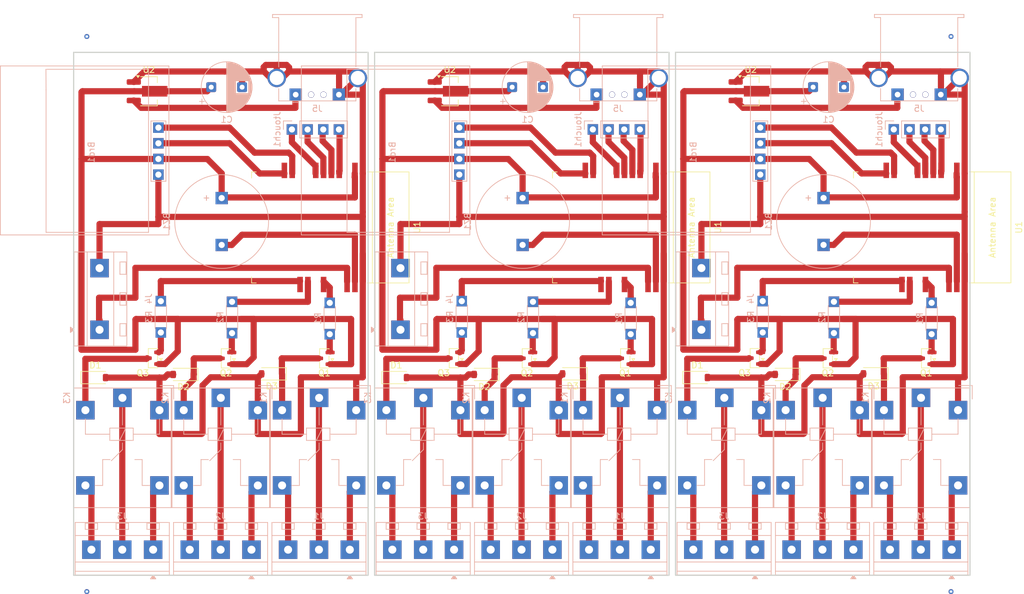
<source format=kicad_pcb>
(kicad_pcb (version 20241229) (generator "pcbnew") (generator_version "9.0")
  (layers (0 "F.Cu" signal) (2 "B.Cu" signal) (13 "F.Paste" user) (15 "B.Paste" user) (5 "F.SilkS" user "F.Silkscreen") (7 "B.SilkS" user "B.Silkscreen") (1 "F.Mask" user) (3 "B.Mask" user) (25 "Edge.Cuts" user))
  (net 0 "")
  (net 1 "Net-(Brd1-SDA)")
  (net 2 "Net-(Brd1-SCL)")
  (net 3 "GND")
  (net 4 "VCC")
  (net 5 "Net-(BZ1--)")
  (net 6 "Net-(D1-K)")
  (net 7 "Net-(D2-K)")
  (net 8 "Net-(D3-K)")
  (net 9 "Net-(J1-Pin_2)")
  (net 10 "Net-(J1-Pin_1)")
  (net 11 "Net-(J1-Pin_3)")
  (net 12 "Net-(J2-Pin_3)")
  (net 13 "Net-(J2-Pin_1)")
  (net 14 "Net-(J2-Pin_2)")
  (net 15 "Net-(J3-Pin_1)")
  (net 16 "Net-(J3-Pin_3)")
  (net 17 "Net-(J3-Pin_2)")
  (net 18 "Net-(Jtouch1-Pin_2)")
  (net 19 "Net-(Jtouch1-Pin_1)")
  (net 20 "Net-(Jtouch1-Pin_4)")
  (net 21 "Net-(Jtouch1-Pin_3)")
  (net 22 "Net-(Q1-B)")
  (net 23 "Net-(Q2-B)")
  (net 24 "Net-(Q3-B)")
  (net 25 "Net-(U1-MTMS{slash}GPIO42)")
  (net 26 "Net-(U1-MTDO{slash}GPIO40{slash}CLK_OUT2)")
  (net 27 "Net-(U1-MTCK{slash}GPIO39{slash}CLK_OUT3{slash}SUBSPICS1)")
  (net 28 "Net-(J4-Pin_1)")
  (net 29 "Net-(J5-VBUS)")
  (footprint "Diode_SMD:D_SOD-123" (layer "F.Cu") (at 66.7728 108.6104)
    (property "Reference" "D1")
    (property "Value" "1N4148")
  )
  (footprint "Package_TO_SOT_SMD:SOT-23" (layer "F.Cu") (at 76.0984 105.4608 180)
    (property "Reference" "Q3")
    (property "Value" "2TY")
  )
  (footprint "Package_TO_SOT_SMD:SOT-23" (layer "F.Cu") (at 87.9234 105.4885 180)
    (property "Reference" "Q2")
    (property "Value" "2TY")
  )
  (footprint "PCM_Espressif:ESP32-S3-WROOM-1" (layer "F.Cu") (at 150.5756 84.2604 -90)
    (property "Reference" "U1")
    (property "Value" "ESP32-S3-WROOM-1")
  )
  (footprint "Package_TO_SOT_SMD:SOT-89-3_Handsoldering" (layer "F.Cu") (at 172.942 62.1704)
    (property "Reference" "U2")
    (property "Value" "AMS1117-3.3")
  )
  (footprint "PCM_Espressif:ESP32-S3-WROOM-1" (layer "F.Cu") (at 199.3276 84.256 -90)
    (property "Reference" "U1")
    (property "Value" "ESP32-S3-WROOM-1")
  )
  (footprint "Diode_SMD:D_SOD-123" (layer "F.Cu") (at 178.53 108.0936 180)
    (property "Reference" "D2")
    (property "Value" "1N4148")
  )
  (footprint "Diode_SMD:D_SOD-123" (layer "F.Cu") (at 115.5248 108.606)
    (property "Reference" "D1")
    (property "Value" "1N4148")
  )
  (footprint "Package_TO_SOT_SMD:SOT-89-3_Handsoldering" (layer "F.Cu") (at 124.19 62.1748)
    (property "Reference" "U2")
    (property "Value" "AMS1117-3.3")
  )
  (footprint "Diode_SMD:D_SOD-123" (layer "F.Cu") (at 81.026 108.1024 180)
    (property "Reference" "D2")
    (property "Value" "1N4148")
  )
  (footprint "Diode_SMD:D_SOD-123" (layer "F.Cu") (at 164.2768 108.6016)
    (property "Reference" "D1")
    (property "Value" "1N4148")
  )
  (footprint "Package_TO_SOT_SMD:SOT-23" (layer "F.Cu") (at 173.6024 105.452 180)
    (property "Reference" "Q3")
    (property "Value" "2TY")
  )
  (footprint "Diode_SMD:D_SOD-123" (layer "F.Cu") (at 129.778 108.098 180)
    (property "Reference" "D2")
    (property "Value" "1N4148")
  )
  (footprint "Package_TO_SOT_SMD:SOT-23" (layer "F.Cu") (at 136.6754 105.4841 180)
    (property "Reference" "Q2")
    (property "Value" "2TY")
  )
  (footprint "Package_TO_SOT_SMD:SOT-23" (layer "F.Cu") (at 103.8548 105.4885 180)
    (property "Reference" "Q1")
    (property "Value" "2TY")
  )
  (footprint "Diode_SMD:D_SOD-123" (layer "F.Cu") (at 144.0876 107.9964 180)
    (property "Reference" "D3")
    (property "Value" "1N4148")
  )
  (footprint "Package_TO_SOT_SMD:SOT-89-3_Handsoldering" (layer "F.Cu") (at 75.438 62.1792)
    (property "Reference" "U2")
    (property "Value" "AMS1117-3.3")
  )
  (footprint "Diode_SMD:D_SOD-123" (layer "F.Cu") (at 192.8396 107.992 180)
    (property "Reference" "D3")
    (property "Value" "1N4148")
  )
  (footprint "Package_TO_SOT_SMD:SOT-23" (layer "F.Cu") (at 124.8504 105.4564 180)
    (property "Reference" "Q3")
    (property "Value" "2TY")
  )
  (footprint "Package_TO_SOT_SMD:SOT-23" (layer "F.Cu") (at 201.3588 105.4797 180)
    (property "Reference" "Q1")
    (property "Value" "2TY")
  )
  (footprint "Package_TO_SOT_SMD:SOT-23" (layer "F.Cu") (at 185.4274 105.4797 180)
    (property "Reference" "Q2")
    (property "Value" "2TY")
  )
  (footprint "Package_TO_SOT_SMD:SOT-23" (layer "F.Cu") (at 152.6068 105.4841 180)
    (property "Reference" "Q1")
    (property "Value" "2TY")
  )
  (footprint "PCM_Espressif:ESP32-S3-WROOM-1" (layer "F.Cu") (at 101.8236 84.2648 -90)
    (property "Reference" "U1")
    (property "Value" "ESP32-S3-WROOM-1")
  )
  (footprint "Diode_SMD:D_SOD-123" (layer "F.Cu") (at 95.3356 108.0008 180)
    (property "Reference" "D3")
    (property "Value" "1N4148")
  )
  (footprint "Relay_THT:Relay_SPDT_Hongfa_JQC-3FF_0XX-1Z" (layer "B.Cu") (at 194.516 113.8848 -90)
    (property "Reference" "K1")
    (property "Value" "JQC-3FF-005-1Z")
  )
  (footprint "Resistor_THT:R_Axial_DIN0204_L3.6mm_D1.6mm_P5.08mm_Horizontal" (layer "B.Cu") (at 153.4836 96.4879 -90)
    (property "Reference" "R1")
    (property "Value" "242")
  )
  (footprint "TerminalBlock_MetzConnect:TerminalBlock_MetzConnect_Type094_RT03503HBLU_1x03_P5.00mm_Horizontal" (layer "B.Cu") (at 140.8054 136.50765 180)
    (property "Reference" "J2")
    (property "Value" "Conn_01x03_Socket")
  )
  (footprint "TerminalBlock_MetzConnect:TerminalBlock_MetzConnect_Type094_RT03503HBLU_1x03_P5.00mm_Horizontal" (layer "B.Cu") (at 92.0534 136.51205 180)
    (property "Reference" "J2")
    (property "Value" "Conn_01x03_Socket")
  )
  (footprint "Resistor_THT:R_Axial_DIN0204_L3.6mm_D1.6mm_P5.08mm_Horizontal" (layer "B.Cu") (at 77.3684 96.2152 -90)
    (property "Reference" "R3")
    (property "Value" "242")
  )
  (footprint "Resistor_THT:R_Axial_DIN0204_L3.6mm_D1.6mm_P5.08mm_Horizontal" (layer "B.Cu") (at 104.7316 96.4923 -90)
    (property "Reference" "R1")
    (property "Value" "242")
  )
  (footprint "Connector_USB:USB_A_Stewart_SS-52100-001_Horizontal" (layer "B.Cu") (at 147.9696 62.7292)
    (property "Reference" "J5")
    (property "Value" "USB_A")
  )
  (footprint "Buzzer_Beeper:Buzzer_15x7.5RM7.6" (layer "B.Cu") (at 135.9756 79.4976 -90)
    (property "Reference" "BZ1")
    (property "Value" "Buzzer")
  )
  (footprint "Relay_THT:Relay_SPDT_Hongfa_JQC-3FF_0XX-1Z" (layer "B.Cu") (at 162.6532 113.8848 -90)
    (property "Reference" "K3")
    (property "Value" "JQC-3FF-005-1Z")
  )
  (footprint "TerminalBlock_MetzConnect:TerminalBlock_MetzConnect_Type094_RT03503HBLU_1x03_P5.00mm_Horizontal" (layer "B.Cu") (at 173.626 136.50325 180)
    (property "Reference" "J3")
    (property "Value" "Conn_01x03_Socket")
  )
  (footprint "Relay_THT:Relay_SPDT_Hongfa_JQC-3FF_0XX-1Z" (layer "B.Cu") (at 178.5846 113.8848 -90)
    (property "Reference" "K2")
    (property "Value" "JQC-3FF-005-1Z")
  )
  (footprint "Connector_PinHeader_2.54mm:PinHeader_1x04_P2.54mm_Vertical" (layer "B.Cu") (at 196.1068 68.368 -90)
    (property "Reference" "Jtouch1")
    (property "Value" "Conn_01x04_Pin")
  )
  (footprint "Resistor_THT:R_Axial_DIN0204_L3.6mm_D1.6mm_P5.08mm_Horizontal" (layer "B.Cu") (at 174.8724 96.2064 -90)
    (property "Reference" "R3")
    (property "Value" "242")
  )
  (footprint "Buzzer_Beeper:Buzzer_15x7.5RM7.6" (layer "B.Cu") (at 184.7276 79.4932 -90)
    (property "Reference" "BZ1")
    (property "Value" "Buzzer")
  )
  (footprint "TerminalBlock_MetzConnect:TerminalBlock_MetzConnect_Type094_RT03503HBLU_1x03_P5.00mm_Horizontal" (layer "B.Cu") (at 205.4888 136.50325 180)
    (property "Reference" "J1")
    (property "Value" "Conn_01x03_Socket")
  )
  (footprint "Resistor_THT:R_Axial_DIN0204_L3.6mm_D1.6mm_P5.08mm_Horizontal" (layer "B.Cu") (at 137.6548 96.3124 -90)
    (property "Reference" "R2")
    (property "Value" "242")
  )
  (footprint "Capacitor_THT:CP_Radial_D8.0mm_P5.00mm" (layer "B.Cu") (at 183.036149 61.51)
    (property "Reference" "C1")
    (property "Value" "470u")
  )
  (footprint "Relay_THT:Relay_SPDT_Hongfa_JQC-3FF_0XX-1Z" (layer "B.Cu") (at 145.764 113.8892 -90)
    (property "Reference" "K1")
    (property "Value" "JQC-3FF-005-1Z")
  )
  (footprint "SSD1306:128x64OLED" (layer "B.Cu") (at 66.374 72.0804 90)
    (property "Reference" "Brd1")
    (property "Value" "SSD1306")
  )
  (footprint "Relay_THT:Relay_SPDT_Hongfa_JQC-3FF_0XX-1Z" (layer "B.Cu") (at 113.9012 113.8892 -90)
    (property "Reference" "K3")
    (property "Value" "JQC-3FF-005-1Z")
  )
  (footprint "Relay_THT:Relay_SPDT_Hongfa_JQC-3FF_0XX-1Z" (layer "B.Cu") (at 97.012 113.8936 -90)
    (property "Reference" "K1")
    (property "Value" "JQC-3FF-005-1Z")
  )
  (footprint "Connector_USB:USB_A_Stewart_SS-52100-001_Horizontal" (layer "B.Cu") (at 196.7216 62.7248)
    (property "Reference" "J5")
    (property "Value" "USB_A")
  )
  (footprint "TerminalBlock_MetzConnect:TerminalBlock_MetzConnect_Type094_RT03503HBLU_1x03_P5.00mm_Horizontal" (layer "B.Cu") (at 107.9848 136.51205 180)
    (property "Reference" "J1")
    (property "Value" "Conn_01x03_Socket")
  )
  (footprint "Resistor_THT:R_Axial_DIN0204_L3.6mm_D1.6mm_P5.08mm_Horizontal" (layer "B.Cu") (at 186.4068 96.308 -90)
    (property "Reference" "R2")
    (property "Value" "242")
  )
  (footprint "TerminalBlock_MetzConnect:TerminalBlock_MetzConnect_Type094_RT03503HBLU_1x03_P5.00mm_Horizontal" (layer "B.Cu") (at 164.9439 100.8508 90)
    (property "Reference" "J4")
    (property "Value" "Conn_01x03_Socket")
  )
  (footprint "Resistor_THT:R_Axial_DIN0204_L3.6mm_D1.6mm_P5.08mm_Horizontal" (layer "B.Cu") (at 88.9028 96.3168 -90)
    (property "Reference" "R2")
    (property "Value" "242")
  )
  (footprint "Resistor_THT:R_Axial_DIN0204_L3.6mm_D1.6mm_P5.08mm_Horizontal" (layer "B.Cu") (at 202.2356 96.4835 -90)
    (property "Reference" "R1")
    (property "Value" "242")
  )
  (footprint "TerminalBlock_MetzConnect:TerminalBlock_MetzConnect_Type094_RT03503HBLU_1x03_P5.00mm_Horizontal" (layer "B.Cu") (at 67.4399 100.8596 90)
    (property "Reference" "J4")
    (property "Value" "Conn_01x03_Socket")
  )
  (footprint "TerminalBlock_MetzConnect:TerminalBlock_MetzConnect_Type094_RT03503HBLU_1x03_P5.00mm_Horizontal" (layer "B.Cu") (at 116.1919 100.8552 90)
    (property "Reference" "J4")
    (property "Value" "Conn_01x03_Socket")
  )
  (footprint "TerminalBlock_MetzConnect:TerminalBlock_MetzConnect_Type094_RT03503HBLU_1x03_P5.00mm_Horizontal" (layer "B.Cu") (at 189.5574 136.50325 180)
    (property "Reference" "J2")
    (property "Value" "Conn_01x03_Socket")
  )
  (footprint "Relay_THT:Relay_SPDT_Hongfa_JQC-3FF_0XX-1Z" (layer "B.Cu") (at 81.0806 113.8936 -90)
    (property "Reference" "K2")
    (property "Value" "JQC-3FF-005-1Z")
  )
  (footprint "Resistor_THT:R_Axial_DIN0204_L3.6mm_D1.6mm_P5.08mm_Horizontal" (layer "B.Cu") (at 126.1204 96.2108 -90)
    (property "Reference" "R3")
    (property "Value" "242")
  )
  (footprint "TerminalBlock_MetzConnect:TerminalBlock_MetzConnect_Type094_RT03503HBLU_1x03_P5.00mm_Horizontal" (layer "B.Cu") (at 156.7368 136.50765 180)
    (property "Reference" "J1")
    (property "Value" "Conn_01x03_Socket")
  )
  (footprint "TerminalBlock_MetzConnect:TerminalBlock_MetzConnect_Type094_RT03503HBLU_1x03_P5.00mm_Horizontal" (layer "B.Cu") (at 124.874 136.50765 180)
    (property "Reference" "J3")
    (property "Value" "Conn_01x03_Socket")
  )
  (footprint "Connector_PinHeader_2.54mm:PinHeader_1x04_P2.54mm_Vertical" (layer "B.Cu") (at 98.6028 68.3768 -90)
    (property "Reference" "Jtouch1")
    (property "Value" "Conn_01x04_Pin")
  )
  (footprint "Connector_PinHeader_2.54mm:PinHeader_1x04_P2.54mm_Vertical" (layer "B.Cu") (at 147.3548 68.3724 -90)
    (property "Reference" "Jtouch1")
    (property "Value" "Conn_01x04_Pin")
  )
  (footprint "Connector_USB:USB_A_Stewart_SS-52100-001_Horizontal" (layer "B.Cu") (at 99.2176 62.7336)
    (property "Reference" "J5")
    (property "Value" "USB_A")
  )
  (footprint "TerminalBlock_MetzConnect:TerminalBlock_MetzConnect_Type094_RT03503HBLU_1x03_P5.00mm_Horizontal" (layer "B.Cu") (at 76.122 136.51205 180)
    (property "Reference" "J3")
    (property "Value" "Conn_01x03_Socket")
  )
  (footprint "Relay_THT:Relay_SPDT_Hongfa_JQC-3FF_0XX-1Z" (layer "B.Cu") (at 129.8326 113.8892 -90)
    (property "Reference" "K2")
    (property "Value" "JQC-3FF-005-1Z")
  )
  (footprint "SSD1306:128x64OLED" (layer "B.Cu") (at 115.126 72.076 90)
    (property "Reference" "Brd1")
    (property "Value" "SSD1306")
  )
  (footprint "Capacitor_THT:CP_Radial_D8.0mm_P5.00mm" (layer "B.Cu") (at 134.284149 61.5144)
    (property "Reference" "C1")
    (property "Value" "470u")
  )
  (footprint "Relay_THT:Relay_SPDT_Hongfa_JQC-3FF_0XX-1Z" (layer "B.Cu") (at 65.1492 113.8936 -90)
    (property "Reference" "K3")
    (property "Value" "JQC-3FF-005-1Z")
  )
  (footprint "Capacitor_THT:CP_Radial_D8.0mm_P5.00mm" (layer "B.Cu") (at 85.532149 61.5188)
    (property "Reference" "C1")
    (property "Value" "470u")
  )
  (footprint "Buzzer_Beeper:Buzzer_15x7.5RM7.6" (layer "B.Cu") (at 87.2236 79.502 -90)
    (property "Reference" "BZ1")
    (property "Value" "Buzzer")
  )
  (footprint "SSD1306:128x64OLED" (layer "B.Cu") (at 163.878 72.0716 90)
    (property "Reference" "Brd1")
    (property "Value" "SSD1306")
  )
  (gr_rect (start 160.75 55.8712) (end 208.4512 140.6564) (stroke (width 0.2)) (fill no) (layer "Edge.Cuts"))
  (gr_rect (start 111.998 55.8756) (end 159.6992 140.6608) (stroke (width 0.2)) (fill no) (layer "Edge.Cuts"))
  (gr_rect (start 63.246 55.88) (end 110.9472 140.6652) (stroke (width 0.2)) (fill no) (layer "Edge.Cuts"))
  (via (at 205.3796 143.3068) (size 0.8) (drill 0.4) (layers "F.Cu" "B.Cu") (net 0))
  (via (at 205.3796 53.3068) (size 0.8) (drill 0.4) (layers "F.Cu" "B.Cu") (net 0))
  (via (at 65.3796 143.3068) (size 0.8) (drill 0.4) (layers "F.Cu" "B.Cu") (net 0))
  (via (at 65.3796 53.3068) (size 0.8) (drill 0.4) (layers "F.Cu" "B.Cu") (net 0))
  (segment (start 147.4056 75.5104) (end 147.4056 72.6904) (width 1) (layer "F.Cu") (net 1))
  (segment (start 147.4056 72.6904) (end 146.8468 72.1316) (width 1) (layer "F.Cu") (net 1))
  (segment (start 98.0948 72.136) (end 92.5576 72.136) (width 1) (layer "F.Cu") (net 1))
  (segment (start 141.3096 72.1316) (end 137.254 68.076) (width 1) (layer "F.Cu") (net 1))
  (segment (start 190.0616 72.1272) (end 186.006 68.0716) (width 1) (layer "F.Cu") (net 1))
  (segment (start 88.502 68.0804) (end 76.974 68.0804) (width 1) (layer "F.Cu") (net 1))
  (segment (start 195.5988 72.1272) (end 190.0616 72.1272) (width 1) (layer "F.Cu") (net 1))
  (segment (start 146.8468 72.1316) (end 141.3096 72.1316) (width 1) (layer "F.Cu") (net 1))
  (segment (start 196.1576 72.686) (end 195.5988 72.1272) (width 1) (layer "F.Cu") (net 1))
  (segment (start 98.6536 72.6948) (end 98.0948 72.136) (width 1) (layer "F.Cu") (net 1))
  (segment (start 186.006 68.0716) (end 174.478 68.0716) (width 1) (layer "F.Cu") (net 1))
  (segment (start 137.254 68.076) (end 125.726 68.076) (width 1) (layer "F.Cu") (net 1))
  (segment (start 196.1576 75.506) (end 196.1576 72.686) (width 1) (layer "F.Cu") (net 1))
  (segment (start 98.6536 75.5148) (end 98.6536 72.6948) (width 1) (layer "F.Cu") (net 1))
  (segment (start 92.5576 72.136) (end 88.502 68.0804) (width 1) (layer "F.Cu") (net 1))
  (segment (start 93.3964 75.5148) (end 88.4936 70.612) (width 1) (layer "F.Cu") (net 2))
  (segment (start 146.1356 75.5104) (end 142.1484 75.5104) (width 1) (layer "F.Cu") (net 2))
  (segment (start 76.9824 70.612) (end 76.974 70.6204) (width 1) (layer "F.Cu") (net 2))
  (segment (start 185.9976 70.6032) (end 174.4864 70.6032) (width 1) (layer "F.Cu") (net 2))
  (segment (start 190.9004 75.506) (end 185.9976 70.6032) (width 1) (layer "F.Cu") (net 2))
  (segment (start 194.8876 75.506) (end 190.9004 75.506) (width 1) (layer "F.Cu") (net 2))
  (segment (start 142.1484 75.5104) (end 137.2456 70.6076) (width 1) (layer "F.Cu") (net 2))
  (segment (start 125.7344 70.6076) (end 125.726 70.616) (width 1) (layer "F.Cu") (net 2))
  (segment (start 97.3836 75.5148) (end 93.3964 75.5148) (width 1) (layer "F.Cu") (net 2))
  (segment (start 88.4936 70.612) (end 76.9824 70.612) (width 1) (layer "F.Cu") (net 2))
  (segment (start 137.2456 70.6076) (end 125.7344 70.6076) (width 1) (layer "F.Cu") (net 2))
  (segment (start 174.4864 70.6032) (end 174.478 70.6116) (width 1) (layer "F.Cu") (net 2))
  (segment (start 77.1482 108.6114) (end 77.1492 108.6104) (width 1) (layer "F.Cu") (net 3))
  (segment (start 172.1924 58.97) (end 170.492 60.6704) (width 1) (layer "F.Cu") (net 3))
  (segment (start 195.2432 57.9032) (end 195.6496 58.3096) (width 1) (layer "F.Cu") (net 3))
  (segment (start 94.0308 58.2676) (end 94.0308 58.9788) (width 1) (layer "F.Cu") (net 3))
  (segment (start 77.1604 117.7544) (end 83.9752 117.7544) (width 1) (layer "F.Cu") (net 3))
  (segment (start 154.9958 59.0716) (end 154.8986 58.9744) (width 1) (layer "F.Cu") (net 3))
  (segment (start 143.8784 60.0192) (end 142.8336 58.9744) (width 1) (layer "F.Cu") (net 3))
  (segment (start 76.974 83.7184) (end 76.974 75.7004) (width 1) (layer "F.Cu") (net 3))
  (segment (start 93.0806 117.7422) (end 93.0806 108.5596) (width 1) (layer "F.Cu") (net 3))
  (segment (start 125.9002 117.7378) (end 125.9002 108.607) (width 1) (layer "F.Cu") (net 3))
  (segment (start 77.97 108.6104) (end 78.478 108.1024) (width 1) (layer "F.Cu") (net 3))
  (segment (start 181.6316 109.8688) (end 181.6316 117.5932) (width 1) (layer "F.Cu") (net 3))
  (segment (start 192.6304 60.0148) (end 191.5856 58.97) (width 1) (layer "F.Cu") (net 3))
  (segment (start 174.478 83.7096) (end 174.478 75.6916) (width 1) (layer "F.Cu") (net 3))
  (segment (start 110.0582 59.8932) (end 109.1438 58.9788) (width 1) (layer "F.Cu") (net 3))
  (segment (start 158.6938 62.7292) (end 158.6982 62.7336) (width 1) (layer "F.Cu") (net 3))
  (segment (start 193.77 57.9032) (end 191.8904 57.9032) (width 1) (layer "F.Cu") (net 3))
  (segment (start 125.9012 108.606) (end 126.722 108.606) (width 1) (layer "F.Cu") (net 3))
  (segment (start 125.9002 108.607) (end 125.9012 108.606) (width 1) (layer "F.Cu") (net 3))
  (segment (start 97.05 60.0236) (end 98.0948 58.9788) (width 1) (layer "F.Cu") (net 3))
  (segment (start 146.4912 57.9076) (end 146.8976 58.314) (width 1) (layer "F.Cu") (net 3))
  (segment (start 158.8356 82.4948) (end 158.7848 82.5456) (width 1) (layer "F.Cu") (net 3))
  (segment (start 193.77 57.9032) (end 195.2432 57.9032) (width 1) (layer "F.Cu") (net 3))
  (segment (start 77.1492 108.6104) (end 77.97 108.6104) (width 1) (layer "F.Cu") (net 3))
  (segment (start 144.8996 60.0192) (end 144.8996 58.026) (width 1) (layer "F.Cu") (net 3))
  (segment (start 203.7216 62.7248) (end 207.4458 62.7248) (width 1) (layer "F.Cu") (net 3))
  (segment (start 203.7216 62.7248) (end 204.0816 62.7248) (width 1) (layer "F.Cu") (net 3))
  (segment (start 142.8336 58.9744) (end 142.7828 58.9744) (width 1) (layer "F.Cu") (net 3))
  (segment (start 68.5508 108.6104) (end 77.1472 108.6104) (width 1) (layer "F.Cu") (net 3))
  (segment (start 110.0328 82.55) (end 76.974 82.55) (width 1) (layer "F.Cu") (net 3))
  (segment (start 100.06 108.5596) (end 100.06 117.602) (width 1) (layer "F.Cu") (net 3))
  (segment (start 190.5846 108.5508) (end 182.9496 108.5508) (width 1) (layer "F.Cu") (net 3))
  (segment (start 96.266 57.912) (end 94.3864 57.912) (width 1) (layer "F.Cu") (net 3))
  (segment (start 207.5876 59.9098) (end 207.5622 59.8844) (width 1) (layer "F.Cu") (net 3))
  (segment (start 110.0836 75.5148) (end 110.0836 59.9186) (width 1) (layer "F.Cu") (net 3))
  (segment (start 175.474 108.6016) (end 175.982 108.0936) (width 1) (layer "F.Cu") (net 3))
  (segment (start 191.8904 57.9032) (end 191.5348 58.2588) (width 1) (layer "F.Cu") (net 3))
  (segment (start 125.9002 117.7378) (end 125.9124 117.75) (width 1) (layer "F.Cu") (net 3))
  (segment (start 87.6808 58.9788) (end 74.6884 58.9788) (width 1) (layer "F.Cu") (net 3))
  (segment (start 195.6496 58.3096) (end 195.6496 58.9192) (width 1) (layer "F.Cu") (net 3))
  (segment (start 188.036149 59.014251) (end 188.0804 58.97) (width 1) (layer "F.Cu") (net 3))
  (segment (start 110.0836 108.5596) (end 100.06 108.5596) (width 1) (layer "F.Cu") (net 3))
  (segment (start 77.1482 117.7422) (end 77.1482 108.6114) (width 1) (layer "F.Cu") (net 3))
  (segment (start 193.6516 60.0148) (end 192.6304 60.0148) (width 1) (layer "F.Cu") (net 3))
  (segment (start 123.4404 58.9744) (end 121.74 60.6748) (width 1) (layer "F.Cu") (net 3))
  (segment (start 193.6516 58.0216) (end 193.77 57.9032) (width 1) (layer "F.Cu") (net 3))
  (segment (start 148.812 117.5976) (end 148.6596 117.75) (width 1) (layer "F.Cu") (net 3))
  (segment (start 116.1919 83.714) (end 125.726 83.714) (width 1) (layer "F.Cu") (net 3))
  (segment (start 106.2176 62.7336) (end 106.5776 62.7336) (width 1) (layer "F.Cu") (net 3))
  (segment (start 78.478 108.1024) (end 79.376 108.1024) (width 1) (layer "F.Cu") (net 3))
  (segment (start 76.974 82.55) (end 77.7936 82.55) (width 1) (layer "F.Cu") (net 3))
  (segment (start 136.4328 58.9744) (end 123.4404 58.9744) (width 1) (layer "F.Cu") (net 3))
  (segment (start 194.554 60.0148) (end 195.5988 58.97) (width 1) (layer "F.Cu") (net 3))
  (segment (start 145.018 57.9076) (end 143.1384 57.9076) (width 1) (layer "F.Cu") (net 3))
  (segment (start 125.726 82.5456) (end 126.5456 82.5456) (width 1) (layer "F.Cu") (net 3))
  (segment (start 93.0684 117.7544) (end 93.0806 117.7422) (width 1) (layer "F.Cu") (net 3))
  (segment (start 148.6596 117.75) (end 141.8448 117.75) (width 1) (layer "F.Cu") (net 3))
  (segment (start 154.9958 62.6744) (end 154.9958 59.0716) (width 1) (layer "F.Cu") (net 3))
  (segment (start 109.9418 62.7336) (end 109.9462 62.738) (width 1) (layer "F.Cu") (net 3))
  (segment (start 77.1482 117.7422) (end 77.1604 117.7544) (width 1) (layer "F.Cu") (net 3))
  (segment (start 144.8996 60.0192) (end 145.802 60.0192) (width 1) (layer "F.Cu") (net 3))
  (segment (start 106.1466 58.9788) (end 98.0948 58.9788) (width 1) (layer "F.Cu") (net 3))
  (segment (start 190.6308 108.5508) (end 191.1896 107.992) (width 1) (layer "F.Cu") (net 3))
  (segment (start 145.802 60.0192) (end 146.8468 58.9744) (width 1) (layer "F.Cu") (net 3))
  (segment (start 139.284149 59.018651) (end 139.3284 58.9744) (width 1) (layer "F.Cu") (net 3))
  (segment (start 174.6522 108.6026) (end 174.6532 108.6016) (width 1) (layer "F.Cu") (net 3))
  (segment (start 93.1268 108.5596) (end 93.6856 108.0008) (width 1) (layer "F.Cu") (net 3))
  (segment (start 203.7478 62.67) (end 203.7478 59.0672) (width 1) (layer "F.Cu") (net 3))
  (segment (start 207.5622 59.8844) (end 206.6478 58.97) (width 1) (layer "F.Cu") (net 3))
  (segment (start 96.1476 58.0304) (end 96.266 57.912) (width 1) (layer "F.Cu") (net 3))
  (segment (start 191.5348 58.2588) (end 191.5348 58.97) (width 1) (layer "F.Cu") (net 3))
  (segment (start 174.478 82.5412) (end 175.2976 82.5412) (width 1) (layer "F.Cu") (net 3))
  (segment (start 190.5846 117.7334) (end 190.5846 108.5508) (width 1) (layer "F.Cu") (net 3))
  (segment (start 154.9696 62.7292) (end 158.6938 62.7292) (width 1) (layer "F.Cu") (net 3))
  (segment (start 193.6516 60.0148) (end 193.6516 58.0216) (width 1) (layer "F.Cu") (net 3))
  (segment (start 125.9124 117.75) (end 132.7272 117.75) (width 1) (layer "F.Cu") (net 3))
  (segment (start 193.6516 60.0148) (end 194.554 60.0148) (width 1) (layer "F.Cu") (net 3))
  (segment (start 106.2438 59.076) (end 106.1466 58.9788) (width 1) (layer "F.Cu") (net 3))
  (segment (start 146.8976 58.314) (end 146.8976 58.9236) (width 1) (layer "F.Cu") (net 3))
  (segment (start 158.7848 82.5456) (end 125.726 82.5456) (width 1) (layer "F.Cu") (net 3))
  (segment (start 110.0836 81.7372) (end 110.0836 93.0148) (width 1) (layer "F.Cu") (net 3))
  (segment (start 174.6532 108.6016) (end 175.474 108.6016) (width 1) (layer "F.Cu") (net 3))
  (segment (start 188.0804 58.97) (end 185.1848 58.97) (width 1) (layer "F.Cu") (net 3))
  (segment (start 175.982 108.0936) (end 176.88 108.0936) (width 1) (layer "F.Cu") (net 3))
  (segment (start 142.7828 58.9744) (end 139.3284 58.9744) (width 1) (layer "F.Cu") (net 3))
  (segment (start 85.4456 108.5596) (end 84.1276 109.8776) (width 1) (layer "F.Cu") (net 3))
  (segment (start 84.1276 109.8776) (end 84.1276 117.602) (width 1) (layer "F.Cu") (net 3))
  (segment (start 164.9439 83.7096) (end 174.478 83.7096) (width 1) (layer "F.Cu") (net 3))
  (segment (start 204.0816 62.7248) (end 206.7916 60.0148) (width 1) (layer "F.Cu") (net 3))
  (segment (start 203.6506 58.97) (end 195.5988 58.97) (width 1) (layer "F.Cu") (net 3))
  (segment (start 182.9496 108.5508) (end 181.6316 109.8688) (width 1) (layer "F.Cu") (net 3))
  (segment (start 106.2176 62.7336) (end 109.9418 62.7336) (width 1) (layer "F.Cu") (net 3))
  (segment (start 90.5764 58.9788) (end 87.6808 58.9788) (width 1) (layer "F.Cu") (net 3))
  (segment (start 191.5856 58.97) (end 191.5348 58.97) (width 1) (layer "F.Cu") (net 3))
  (segment (start 117.3028 108.606) (end 125.8992 108.606) (width 1) (layer "F.Cu") (net 3))
  (segment (start 132.8796 109.8732) (end 132.8796 117.5976) (width 1) (layer "F.Cu") (net 3))
  (segment (start 95.1264 60.0236) (end 94.0816 58.9788) (width 1) (layer "F.Cu") (net 3))
  (segment (start 158.8356 75.5104) (end 158.8356 59.9142) (width 1) (layer "F.Cu") (net 3))
  (segment (start 126.5456 82.5456) (end 126.5964 82.4948) (width 1) (layer "F.Cu") (net 3))
  (segment (start 142.7828 58.2632) (end 142.7828 58.9744) (width 1) (layer "F.Cu") (net 3))
  (segment (start 109.1438 58.9788) (end 106.1466 58.9788) (width 1) (layer "F.Cu") (net 3))
  (segment (start 174.6522 117.7334) (end 174.6644 117.7456) (width 1) (layer "F.Cu") (net 3))
  (segment (start 67.4399 90.8596) (end 67.4399 83.7184) (width 1) (layer "F.Cu") (net 3))
  (segment (start 207.5876 75.506) (end 207.5876 81.7284) (width 1) (layer "F.Cu") (net 3))
  (segment (start 174.6644 117.7456) (end 181.4792 117.7456) (width 1) (layer "F.Cu") (net 3))
  (segment (start 90.532149 61.5188) (end 90.532149 59.023051) (width 1) (layer "F.Cu") (net 3))
  (segment (start 93.0806 108.5596) (end 93.1268 108.5596) (width 1) (layer "F.Cu") (net 3))
  (segment (start 155.3296 62.7292) (end 158.0396 60.0192) (width 1) (layer "F.Cu") (net 3))
  (segment (start 97.7392 57.912) (end 98.1456 58.3184) (width 1) (layer "F.Cu") (net 3))
  (segment (start 207.5876 108.5508) (end 197.564 108.5508) (width 1) (layer "F.Cu") (net 3))
  (segment (start 154.8986 58.9744) (end 146.8468 58.9744) (width 1) (layer "F.Cu") (net 3))
  (segment (start 206.6478 58.97) (end 203.6506 58.97) (width 1) (layer "F.Cu") (net 3))
  (segment (start 197.4116 117.7456) (end 190.5968 117.7456) (width 1) (layer "F.Cu") (net 3))
  (segment (start 206.516 113.8848) (end 206.516 108.7936) (width 1) (layer "F.Cu") (net 3))
  (segment (start 197.564 117.5932) (end 197.4116 117.7456) (width 1) (layer "F.Cu") (net 3))
  (segment (start 158.8356 81.7328) (end 158.8356 93.0104) (width 1) (layer "F.Cu") (net 3))
  (segment (start 110.0836 82.4992) (end 110.0328 82.55) (width 1) (layer "F.Cu") (net 3))
  (segment (start 158.8356 108.5552) (end 148.812 108.5552) (width 1) (layer "F.Cu") (net 3))
  (segment (start 94.3864 57.912) (end 94.0308 58.2676) (width 1) (layer "F.Cu") (net 3))
  (segment (start 146.8976 58.9236) (end 146.8468 58.9744) (width 1) (layer "F.Cu") (net 3))
  (segment (start 154.9696 62.7292) (end 155.3296 62.7292) (width 1) (layer "F.Cu") (net 3))
  (segment (start 106.2438 62.6788) (end 106.2438 59.076) (width 1) (layer "F.Cu") (net 3))
  (segment (start 90.532149 59.023051) (end 90.5764 58.9788) (width 1) (layer "F.Cu") (net 3))
  (segment (start 93.0806 108.5596) (end 85.4456 108.5596) (width 1) (layer "F.Cu") (net 3))
  (segment (start 166.0548 108.6016) (end 174.6512 108.6016) (width 1) (layer "F.Cu") (net 3))
  (segment (start 203.7478 59.0672) (end 203.6506 58.97) (width 1) (layer "F.Cu") (net 3))
  (segment (start 197.564 108.5508) (end 197.564 117.5932) (width 1) (layer "F.Cu") (net 3))
  (segment (start 145.018 57.9076) (end 146.4912 57.9076) (width 1) (layer "F.Cu") (net 3))
  (segment (start 98.1456 58.928) (end 98.0948 58.9788) (width 1) (layer "F.Cu") (net 3))
  (segment (start 144.8996 60.0192) (end 143.8784 60.0192) (width 1) (layer "F.Cu") (net 3))
  (segment (start 134.1976 108.5552) (end 132.8796 109.8732) (width 1) (layer "F.Cu") (net 3))
  (segment (start 141.8326 117.7378) (end 141.8326 108.5552) (width 1) (layer "F.Cu") (net 3))
  (segment (start 158.8356 75.5104) (end 158.8356 81.7328) (width 1) (layer "F.Cu") (net 3))
  (segment (start 207.5876 75.506) (end 207.5876 59.9098) (width 1) (layer "F.Cu") (net 3))
  (segment (start 110.0836 88.5444) (end 110.0836 108.5596) (width 1) (layer "F.Cu") (net 3))
  (segment (start 141.8204 117.75) (end 141.8326 117.7378) (width 1) (layer "F.Cu") (net 3))
  (segment (start 100.06 117.602) (end 99.9076 117.7544) (width 1) (layer "F.Cu") (net 3))
  (segment (start 158.8356 59.9142) (end 158.8102 59.8888) (width 1) (layer "F.Cu") (net 3))
  (segment (start 190.5968 117.7456) (end 190.5846 117.7334) (width 1) (layer "F.Cu") (net 3))
  (segment (start 207.5876 88.5356) (end 207.5876 108.5508) (width 1) (layer "F.Cu") (net 3))
  (segment (start 148.812 108.5552) (end 148.812 117.5976) (width 1) (layer "F.Cu") (net 3))
  (segment (start 157.8958 58.9744) (end 154.8986 58.9744) (width 1) (layer "F.Cu") (net 3))
  (segment (start 98.1456 58.3184) (end 98.1456 58.928) (width 1) (layer "F.Cu") (net 3))
  (segment (start 125.726 83.714) (end 125.726 75.696) (width 1) (layer "F.Cu") (net 3))
  (segment (start 195.6496 58.9192) (end 195.5988 58.97) (width 1) (layer "F.Cu") (net 3))
  (segment (start 141.8448 117.75) (end 141.8326 117.7378) (width 1) (layer "F.Cu") (net 3))
  (segment (start 207.5876 81.7284) (end 207.5876 93.006) (width 1) (layer "F.Cu") (net 3))
  (segment (start 109.012 113.8936) (end 109.012 108.8024) (width 1) (layer "F.Cu") (net 3))
  (segment (start 96.266 57.912) (end 97.7392 57.912) (width 1) (layer "F.Cu") (net 3))
  (segment (start 141.8326 108.5552) (end 141.8788 108.5552) (width 1) (layer "F.Cu") (net 3))
  (segment (start 77.7936 82.55) (end 77.8444 82.4992) (width 1) (layer "F.Cu") (net 3))
  (segment (start 139.284149 61.5144) (end 139.284149 59.018651) (width 1) (layer "F.Cu") (net 3))
  (segment (start 116.1919 90.8552) (end 116.1919 83.714) (width 1) (layer "F.Cu") (net 3))
  (segment (start 207.4458 62.7248) (end 207.4502 62.7292) (width 1) (layer "F.Cu") (net 3))
  (segment (start 190.5846 108.5508) (end 190.6308 108.5508) (width 1) (layer "F.Cu") (net 3))
  (segment (start 139.3284 58.9744) (end 136.4328 58.9744) (width 1) (layer "F.Cu") (net 3))
  (segment (start 185.1848 58.97) (end 172.1924 58.97) (width 1) (layer "F.Cu") (net 3))
  (segment (start 191.5348 58.97) (end 188.0804 58.97) (width 1) (layer "F.Cu") (net 3))
  (segment (start 158.8102 59.8888) (end 157.8958 58.9744) (width 1) (layer "F.Cu") (net 3))
  (segment (start 126.722 108.606) (end 127.23 108.098) (width 1) (layer "F.Cu") (net 3))
  (segment (start 174.6522 117.7334) (end 174.6522 108.6026) (width 1) (layer "F.Cu") (net 3))
  (segment (start 96.1476 60.0236) (end 95.1264 60.0236) (width 1) (layer "F.Cu") (net 3))
  (segment (start 67.4399 83.7184) (end 76.974 83.7184) (width 1) (layer "F.Cu") (net 3))
  (segment (start 106.5776 62.7336) (end 109.2876 60.0236) (width 1) (layer "F.Cu") (net 3))
  (segment (start 94.0816 58.9788) (end 94.0308 58.9788) (width 1) (layer "F.Cu") (net 3))
  (segment (start 143.1384 57.9076) (end 142.7828 58.2632) (width 1) (layer "F.Cu") (net 3))
  (segment (start 93.0928 117.7544) (end 93.0806 117.7422) (width 1) (layer "F.Cu") (net 3))
  (segment (start 158.8356 88.54) (end 158.8356 108.5552) (width 1) (layer "F.Cu") (net 3))
  (segment (start 96.1476 60.0236) (end 97.05 60.0236) (width 1) (layer "F.Cu") (net 3))
  (segment (start 141.8788 108.5552) (end 142.4376 107.9964) (width 1) (layer "F.Cu") (net 3))
  (segment (start 164.9439 90.8508) (end 164.9439 83.7096) (width 1) (layer "F.Cu") (net 3))
  (segment (start 190.5724 117.7456) (end 190.5846 117.7334) (width 1) (layer "F.Cu") (net 3))
  (segment (start 207.5368 82.5412) (end 174.478 82.5412) (width 1) (layer "F.Cu") (net 3))
  (segment (start 99.9076 117.7544) (end 93.0928 117.7544) (width 1) (layer "F.Cu") (net 3))
  (segment (start 94.0308 58.9788) (end 90.5764 58.9788) (width 1) (layer "F.Cu") (net 3))
  (segment (start 96.1476 60.0236) (end 96.1476 58.0304) (width 1) (layer "F.Cu") (net 3))
  (segment (start 157.764 113.8892) (end 157.764 108.798) (width 1) (layer "F.Cu") (net 3))
  (segment (start 207.5876 82.4904) (end 207.5368 82.5412) (width 1) (layer "F.Cu") (net 3))
  (segment (start 110.0836 59.9186) (end 110.0582 59.8932) (width 1) (layer "F.Cu") (net 3))
  (segment (start 127.23 108.098) (end 128.128 108.098) (width 1) (layer "F.Cu") (net 3))
  (segment (start 144.8996 58.026) (end 145.018 57.9076) (width 1) (layer "F.Cu") (net 3))
  (segment (start 141.8326 108.5552) (end 134.1976 108.5552) (width 1) (layer "F.Cu") (net 3))
  (segment (start 110.0836 75.5148) (end 110.0836 81.7372) (width 1) (layer "F.Cu") (net 3))
  (segment (start 188.036149 61.51) (end 188.036149 59.014251) (width 1) (layer "F.Cu") (net 3))
  (segment (start 175.2976 82.5412) (end 175.3484 82.4904) (width 1) (layer "F.Cu") (net 3))
  (segment (start 74.6884 58.9788) (end 72.988 60.6792) (width 1) (layer "F.Cu") (net 3))
  (segment (start 64.5244 73.1604) (end 64.516 73.152) (width 1) (layer "F.Cu") (net 4))
  (segment (start 113.2764 73.156) (end 113.268 73.1476) (width 1) (layer "F.Cu") (net 4))
  (segment (start 177.6156 99.102) (end 177.6156 104.3344) (width 1) (layer "F.Cu") (net 4))
  (segment (start 64.6684 62.1792) (end 64.516 62.3316) (width 1) (layer "F.Cu") (net 4))
  (segment (start 136.0772 79.396) (end 135.9756 79.4976) (width 1) (layer "F.Cu") (net 4))
  (segment (start 80.1116 99.1108) (end 80.1116 104.3432) (width 1) (layer "F.Cu") (net 4))
  (segment (start 153.5443 106.4341) (end 156.94 106.4341) (width 1) (layer "F.Cu") (net 4))
  (segment (start 182.3992 73.1516) (end 174.478 73.1516) (width 1) (layer "F.Cu") (net 4))
  (segment (start 133.623749 62.1748) (end 134.284149 61.5144) (width 1) (layer "F.Cu") (net 4))
  (segment (start 64.516 62.3316) (end 64.516 73.152) (width 1) (layer "F.Cu") (net 4))
  (segment (start 64.516 73.152) (end 64.516 104.0892) (width 1) (layer "F.Cu") (net 4))
  (segment (start 128.8636 99.1064) (end 128.8636 104.3388) (width 1) (layer "F.Cu") (net 4))
  (segment (start 125.726 73.156) (end 113.2764 73.156) (width 1) (layer "F.Cu") (net 4))
  (segment (start 157.532 76.083884) (end 157.5656 76.117484) (width 1) (layer "F.Cu") (net 4))
  (segment (start 135.9756 75.4844) (end 133.6472 73.156) (width 1) (layer "F.Cu") (net 4))
  (segment (start 73.0755 62.1792) (end 84.871749 62.1792) (width 1) (layer "F.Cu") (net 4))
  (segment (start 188.7791 106.4297) (end 186.3649 106.4297) (width 1) (layer "F.Cu") (net 4))
  (segment (start 157.532 75.5104) (end 157.532 76.083884) (width 1) (layer "F.Cu") (net 4))
  (segment (start 135.9756 79.4976) (end 135.9756 75.4844) (width 1) (layer "F.Cu") (net 4))
  (segment (start 76.974 73.1604) (end 64.5244 73.1604) (width 1) (layer "F.Cu") (net 4))
  (segment (start 108.78 76.088284) (end 108.8136 76.121884) (width 1) (layer "F.Cu") (net 4))
  (segment (start 128.8636 104.3388) (end 126.796 106.4064) (width 1) (layer "F.Cu") (net 4))
  (segment (start 140.0271 106.4341) (end 137.6129 106.4341) (width 1) (layer "F.Cu") (net 4))
  (segment (start 202.2963 106.4297) (end 205.692 106.4297) (width 1) (layer "F.Cu") (net 4))
  (segment (start 113.268 62.3272) (end 113.268 73.1476) (width 1) (layer "F.Cu") (net 4))
  (segment (start 184.7276 79.4932) (end 184.7276 75.48) (width 1) (layer "F.Cu") (net 4))
  (segment (start 170.8592 99.102) (end 177.6156 99.102) (width 1) (layer "F.Cu") (net 4))
  (segment (start 206.3176 76.113084) (end 206.3176 79.3916) (width 1) (layer "F.Cu") (net 4))
  (segment (start 91.2751 106.4385) (end 88.8609 106.4385) (width 1) (layer "F.Cu") (net 4))
  (segment (start 182.375749 62.1704) (end 183.036149 61.51) (width 1) (layer "F.Cu") (net 4))
  (segment (start 108.8136 79.4004) (end 87.3252 79.4004) (width 1) (layer "F.Cu") (net 4))
  (segment (start 175.548 106.402) (end 174.5399 106.402) (width 1) (layer "F.Cu") (net 4))
  (segment (start 78.044 106.4108) (end 77.0359 106.4108) (width 1) (layer "F.Cu") (net 4))
  (segment (start 177.6156 104.3344) (end 175.548 106.402) (width 1) (layer "F.Cu") (net 4))
  (segment (start 122.0056 104.0848) (end 122.0056 99.208) (width 1) (layer "F.Cu") (net 4))
  (segment (start 113.268 73.1476) (end 113.268 104.0848) (width 1) (layer "F.Cu") (net 4))
  (segment (start 162.1724 62.1704) (end 162.02 62.3228) (width 1) (layer "F.Cu") (net 4))
  (segment (start 92.408 105.3056) (end 91.2751 106.4385) (width 1) (layer "F.Cu") (net 4))
  (segment (start 205.692 99.102) (end 187.912 99.102) (width 1) (layer "F.Cu") (net 4))
  (segment (start 87.2236 79.502) (end 87.2236 75.4888) (width 1) (layer "F.Cu") (net 4))
  (segment (start 174.478 73.1516) (end 162.0284 73.1516) (width 1) (layer "F.Cu") (net 4))
  (segment (start 108.188 99.1108) (end 90.408 99.1108) (width 1) (layer "F.Cu") (net 4))
  (segment (start 113.4204 62.1748) (end 113.268 62.3272) (width 1) (layer "F.Cu") (net 4))
  (segment (start 84.8952 73.1604) (end 76.974 73.1604) (width 1) (layer "F.Cu") (net 4))
  (segment (start 126.796 106.4064) (end 125.7879 106.4064) (width 1) (layer "F.Cu") (net 4))
  (segment (start 121.8275 62.1748) (end 113.4204 62.1748) (width 1) (layer "F.Cu") (net 4))
  (segment (start 87.3252 79.4004) (end 87.2236 79.502) (width 1) (layer "F.Cu") (net 4))
  (segment (start 174.5196 99.102) (end 189.912 99.102) (width 1) (layer "F.Cu") (net 4))
  (segment (start 206.284 76.079484) (end 206.3176 76.113084) (width 1) (layer "F.Cu") (net 4))
  (segment (start 108.8136 76.121884) (end 108.8136 79.4004) (width 1) (layer "F.Cu") (net 4))
  (segment (start 184.7276 75.48) (end 182.3992 73.1516) (width 1) (layer "F.Cu") (net 4))
  (segment (start 133.6472 73.156) (end 125.726 73.156) (width 1) (layer "F.Cu") (net 4))
  (segment (start 73.2536 104.0892) (end 73.2536 99.2124) (width 1) (layer "F.Cu") (net 4))
  (segment (start 189.912 105.2968) (end 188.7791 106.4297) (width 1) (layer "F.Cu") (net 4))
  (segment (start 141.16 105.3012) (end 140.0271 106.4341) (width 1) (layer "F.Cu") (net 4))
  (segment (start 205.692 106.4297) (end 205.692 99.102) (width 1) (layer "F.Cu") (net 4))
  (segment (start 121.8275 62.1748) (end 133.623749 62.1748) (width 1) (layer "F.Cu") (net 4))
  (segment (start 64.516 104.0892) (end 73.2536 104.0892) (width 1) (layer "F.Cu") (net 4))
  (segment (start 108.78 75.5148) (end 108.78 76.088284) (width 1) (layer "F.Cu") (net 4))
  (segment (start 162.02 104.0804) (end 170.7576 104.0804) (width 1) (layer "F.Cu") (net 4))
  (segment (start 108.188 106.4385) (end 108.188 99.1108) (width 1) (layer "F.Cu") (net 4))
  (segment (start 141.16 99.1064) (end 141.16 105.3012) (width 1) (layer "F.Cu") (net 4))
  (segment (start 73.3552 99.1108) (end 80.1116 99.1108) (width 1) (layer "F.Cu") (net 4))
  (segment (start 162.02 73.1432) (end 162.02 104.0804) (width 1) (layer "F.Cu") (net 4))
  (segment (start 157.5656 79.396) (end 136.0772 79.396) (width 1) (layer "F.Cu") (net 4))
  (segment (start 206.3176 79.3916) (end 184.8292 79.3916) (width 1) (layer "F.Cu") (net 4))
  (segment (start 104.7923 106.4385) (end 108.188 106.4385) (width 1) (layer "F.Cu") (net 4))
  (segment (start 92.408 99.1108) (end 92.408 105.3056) (width 1) (layer "F.Cu") (net 4))
  (segment (start 84.871749 62.1792) (end 85.532149 61.5188) (width 1) (layer "F.Cu") (net 4))
  (segment (start 122.1072 99.1064) (end 128.8636 99.1064) (width 1) (layer "F.Cu") (net 4))
  (segment (start 170.5795 62.1704) (end 162.1724 62.1704) (width 1) (layer "F.Cu") (net 4))
  (segment (start 206.284 75.506) (end 206.284 76.079484) (width 1) (layer "F.Cu") (net 4))
  (segment (start 162.02 62.3228) (end 162.02 73.1432) (width 1) (layer "F.Cu") (net 4))
  (segment (start 80.1116 104.3432) (end 78.044 106.4108) (width 1) (layer "F.Cu") (net 4))
  (segment (start 156.94 106.4341) (end 156.94 99.1064) (width 1) (layer "F.Cu") (net 4))
  (segment (start 156.94 99.1064) (end 139.16 99.1064) (width 1) (layer "F.Cu") (net 4))
  (segment (start 125.7676 99.1064) (end 141.16 99.1064) (width 1) (layer "F.Cu") (net 4))
  (segment (start 184.8292 79.3916) (end 184.7276 79.4932) (width 1) (layer "F.Cu") (net 4))
  (segment (start 73.2536 99.2124) (end 73.3552 99.1108) (width 1) (layer "F.Cu") (net 4))
  (segment (start 170.5795 62.1704) (end 182.375749 62.1704) (width 1) (layer "F.Cu") (net 4))
  (segment (start 77.0156 99.1108) (end 92.408 99.1108) (width 1) (layer "F.Cu") (net 4))
  (segment (start 87.2236 75.4888) (end 84.8952 73.1604) (width 1) (layer "F.Cu") (net 4))
  (segment (start 113.268 104.0848) (end 122.0056 104.0848) (width 1) (layer "F.Cu") (net 4))
  (segment (start 162.0284 73.1516) (end 162.02 73.1432) (width 1) (layer "F.Cu") (net 4))
  (segment (start 122.0056 99.208) (end 122.1072 99.1064) (width 1) (layer "F.Cu") (net 4))
  (segment (start 170.7576 104.0804) (end 170.7576 99.2036) (width 1) (layer "F.Cu") (net 4))
  (segment (start 157.5656 76.117484) (end 157.5656 79.396) (width 1) (layer "F.Cu") (net 4))
  (segment (start 189.912 99.102) (end 189.912 105.2968) (width 1) (layer "F.Cu") (net 4))
  (segment (start 73.0755 62.1792) (end 64.6684 62.1792) (width 1) (layer "F.Cu") (net 4))
  (segment (start 170.7576 99.2036) (end 170.8592 99.102) (width 1) (layer "F.Cu") (net 4))
  (segment (start 206.3176 85.4368) (end 188.0296 85.4368) (width 1) (layer "F.Cu") (net 5))
  (segment (start 157.5656 93.0104) (end 157.5656 85.4412) (width 1) (layer "F.Cu") (net 5))
  (segment (start 137.6212 87.0976) (end 135.9756 87.0976) (width 1) (layer "F.Cu") (net 5))
  (segment (start 88.8692 87.102) (end 87.2236 87.102) (width 1) (layer "F.Cu") (net 5))
  (segment (start 108.8136 85.4456) (end 90.5256 85.4456) (width 1) (layer "F.Cu") (net 5))
  (segment (start 188.0296 85.4368) (end 186.3732 87.0932) (width 1) (layer "F.Cu") (net 5))
  (segment (start 186.3732 87.0932) (end 184.7276 87.0932) (width 1) (layer "F.Cu") (net 5))
  (segment (start 206.3176 93.006) (end 206.3176 85.4368) (width 1) (layer "F.Cu") (net 5))
  (segment (start 90.5256 85.4456) (end 88.8692 87.102) (width 1) (layer "F.Cu") (net 5))
  (segment (start 108.8136 93.0148) (end 108.8136 85.4456) (width 1) (layer "F.Cu") (net 5))
  (segment (start 139.2776 85.4412) (end 137.6212 87.0976) (width 1) (layer "F.Cu") (net 5))
  (segment (start 157.5656 85.4412) (end 139.2776 85.4412) (width 1) (layer "F.Cu") (net 5))
  (segment (start 113.8992 113.8872) (end 113.8992 105.558) (width 1) (layer "F.Cu") (net 6))
  (segment (start 65.1472 113.8916) (end 65.1472 105.5624) (width 1) (layer "F.Cu") (net 6))
  (segment (start 123.8113 105.558) (end 123.9129 105.4564) (width 1) (layer "F.Cu") (net 6))
  (segment (start 162.6532 113.8848) (end 162.6512 113.8828) (width 1) (layer "F.Cu") (net 6))
  (segment (start 65.1492 113.8936) (end 65.1472 113.8916) (width 1) (layer "F.Cu") (net 6))
  (segment (start 65.1472 105.5624) (end 75.0593 105.5624) (width 1) (layer "F.Cu") (net 6))
  (segment (start 162.6512 105.5536) (end 172.5633 105.5536) (width 1) (layer "F.Cu") (net 6))
  (segment (start 172.5633 105.5536) (end 172.6649 105.452) (width 1) (layer "F.Cu") (net 6))
  (segment (start 162.6512 113.8828) (end 162.6512 105.5536) (width 1) (layer "F.Cu") (net 6))
  (segment (start 113.8992 105.558) (end 123.8113 105.558) (width 1) (layer "F.Cu") (net 6))
  (segment (start 113.9012 113.8892) (end 113.8992 113.8872) (width 1) (layer "F.Cu") (net 6))
  (segment (start 75.0593 105.5624) (end 75.1609 105.4608) (width 1) (layer "F.Cu") (net 6))
  (segment (start 82.7763 105.4885) (end 86.9859 105.4885) (width 1) (layer "F.Cu") (net 7))
  (segment (start 81.0806 110.4862) (end 82.676 108.8908) (width 1) (layer "F.Cu") (net 7))
  (segment (start 180.2064 108.0672) (end 180.2064 105.5536) (width 1) (layer "F.Cu") (net 7))
  (segment (start 180.2064 105.5536) (end 180.2803 105.4797) (width 1) (layer "F.Cu") (net 7))
  (segment (start 180.18 108.882) (end 180.18 108.0936) (width 1) (layer "F.Cu") (net 7))
  (segment (start 178.5846 113.8848) (end 178.5846 110.4774) (width 1) (layer "F.Cu") (net 7))
  (segment (start 131.428 108.098) (end 131.4544 108.0716) (width 1) (layer "F.Cu") (net 7))
  (segment (start 82.7024 105.5624) (end 82.7763 105.4885) (width 1) (layer "F.Cu") (net 7))
  (segment (start 131.4544 108.0716) (end 131.4544 105.558) (width 1) (layer "F.Cu") (net 7))
  (segment (start 82.676 108.8908) (end 82.676 108.1024) (width 1) (layer "F.Cu") (net 7))
  (segment (start 180.2803 105.4797) (end 184.4899 105.4797) (width 1) (layer "F.Cu") (net 7))
  (segment (start 81.0806 113.8936) (end 81.0806 110.4862) (width 1) (layer "F.Cu") (net 7))
  (segment (start 82.7024 108.076) (end 82.7024 105.5624) (width 1) (layer "F.Cu") (net 7))
  (segment (start 131.428 108.8864) (end 131.428 108.098) (width 1) (layer "F.Cu") (net 7))
  (segment (start 180.18 108.0936) (end 180.2064 108.0672) (width 1) (layer "F.Cu") (net 7))
  (segment (start 82.676 108.1024) (end 82.7024 108.076) (width 1) (layer "F.Cu") (net 7))
  (segment (start 129.8326 113.8892) (end 129.8326 110.4818) (width 1) (layer "F.Cu") (net 7))
  (segment (start 131.5283 105.4841) (end 135.7379 105.4841) (width 1) (layer "F.Cu") (net 7))
  (segment (start 129.8326 110.4818) (end 131.428 108.8864) (width 1) (layer "F.Cu") (net 7))
  (segment (start 178.5846 110.4774) (end 180.18 108.882) (width 1) (layer "F.Cu") (net 7))
  (segment (start 131.4544 105.558) (end 131.5283 105.4841) (width 1) (layer "F.Cu") (net 7))
  (segment (start 96.9856 105.536) (end 96.9612 105.5116) (width 1) (layer "F.Cu") (net 8))
  (segment (start 145.7376 107.9964) (end 145.7376 105.5316) (width 1) (layer "F.Cu") (net 8))
  (segment (start 96.9612 105.5116) (end 96.9843 105.4885) (width 1) (layer "F.Cu") (net 8))
  (segment (start 145.7363 105.4841) (end 151.6693 105.4841) (width 1) (layer "F.Cu") (net 8))
  (segment (start 194.516 113.8848) (end 194.516 108.0408) (width 1) (layer "F.Cu") (net 8))
  (segment (start 194.4652 105.5028) (end 194.4883 105.4797) (width 1) (layer "F.Cu") (net 8))
  (segment (start 96.9856 108.0008) (end 96.9856 105.536) (width 1) (layer "F.Cu") (net 8))
  (segment (start 96.9843 105.4885) (end 102.9173 105.4885) (width 1) (layer "F.Cu") (net 8))
  (segment (start 145.7132 105.5072) (end 145.7363 105.4841) (width 1) (layer "F.Cu") (net 8))
  (segment (start 145.7376 105.5316) (end 145.7132 105.5072) (width 1) (layer "F.Cu") (net 8))
  (segment (start 194.4883 105.4797) (end 200.4213 105.4797) (width 1) (layer "F.Cu") (net 8))
  (segment (start 194.4896 107.992) (end 194.4896 105.5272) (width 1) (layer "F.Cu") (net 8))
  (segment (start 97.012 113.8936) (end 97.012 108.0496) (width 1) (layer "F.Cu") (net 8))
  (segment (start 145.764 113.8892) (end 145.764 108.0452) (width 1) (layer "F.Cu") (net 8))
  (segment (start 194.4896 105.5272) (end 194.4652 105.5028) (width 1) (layer "F.Cu") (net 8))
  (segment (start 102.9848 136.51205) (end 102.9848 111.9208) (width 1) (layer "F.Cu") (net 9))
  (segment (start 102.9848 111.9208) (end 103.012 111.8936) (width 1) (layer "F.Cu") (net 9))
  (segment (start 151.7368 136.50765) (end 151.7368 111.9164) (width 1) (layer "F.Cu") (net 9))
  (segment (start 200.4888 136.50325) (end 200.4888 111.912) (width 1) (layer "F.Cu") (net 9))
  (segment (start 151.7368 111.9164) (end 151.764 111.8892) (width 1) (layer "F.Cu") (net 9))
  (segment (start 151.7368 136.50765) (end 151.764 136.48045) (width 1) (layer "F.Cu") (net 9))
  (segment (start 200.4888 111.912) (end 200.516 111.8848) (width 1) (layer "F.Cu") (net 9))
  (segment (start 102.9848 136.51205) (end 103.012 136.48485) (width 1) (layer "F.Cu") (net 9))
  (segment (start 200.4888 136.50325) (end 200.516 136.47605) (width 1) (layer "F.Cu") (net 9))
  (segment (start 156.7368 127.1164) (end 157.764 126.0892) (width 1) (layer "F.Cu") (net 10))
  (segment (start 205.4888 136.50325) (end 205.4888 127.112) (width 1) (layer "F.Cu") (net 10))
  (segment (start 107.9848 127.1208) (end 109.012 126.0936) (width 1) (layer "F.Cu") (net 10))
  (segment (start 156.7368 136.50765) (end 156.7368 127.1164) (width 1) (layer "F.Cu") (net 10))
  (segment (start 107.9848 136.51205) (end 107.9848 127.1208) (width 1) (layer "F.Cu") (net 10))
  (segment (start 205.4888 127.112) (end 206.516 126.0848) (width 1) (layer "F.Cu") (net 10))
  (segment (start 146.7368 136.50765) (end 146.7368 127.062) (width 1) (layer "F.Cu") (net 11))
  (segment (start 195.4888 127.0576) (end 194.516 126.0848) (width 1) (layer "F.Cu") (net 11))
  (segment (start 146.7368 127.062) (end 145.764 126.0892) (width 1) (layer "F.Cu") (net 11))
  (segment (start 97.9848 127.0664) (end 97.012 126.0936) (width 1) (layer "F.Cu") (net 11))
  (segment (start 146.7368 136.50765) (end 146.7292 136.50005) (width 1) (layer "F.Cu") (net 11))
  (segment (start 195.4888 136.50325) (end 195.4812 136.49565) (width 1) (layer "F.Cu") (net 11))
  (segment (start 195.4888 136.50325) (end 195.4888 127.0576) (width 1) (layer "F.Cu") (net 11))
  (segment (start 97.9848 136.51205) (end 97.9772 136.50445) (width 1) (layer "F.Cu") (net 11))
  (segment (start 97.9848 136.51205) (end 97.9848 127.0664) (width 1) (layer "F.Cu") (net 11))
  (segment (start 82.0534 136.51205) (end 82.0534 127.0664) (width 1) (layer "F.Cu") (net 12))
  (segment (start 179.5574 127.0576) (end 178.5846 126.0848) (width 1) (layer "F.Cu") (net 12))
  (segment (start 82.0534 127.0664) (end 81.0806 126.0936) (width 1) (layer "F.Cu") (net 12))
  (segment (start 130.8054 127.062) (end 129.8326 126.0892) (width 1) (layer "F.Cu") (net 12))
  (segment (start 179.5574 136.50325) (end 179.5574 127.0576) (width 1) (layer "F.Cu") (net 12))
  (segment (start 130.8054 136.50765) (end 130.8054 127.062) (width 1) (layer "F.Cu") (net 12))
  (segment (start 140.8054 136.50765) (end 140.8054 127.1164) (width 1) (layer "F.Cu") (net 13))
  (segment (start 92.0534 127.1208) (end 93.0806 126.0936) (width 1) (layer "F.Cu") (net 13))
  (segment (start 189.5574 136.50325) (end 189.5574 127.112) (width 1) (layer "F.Cu") (net 13))
  (segment (start 92.0534 136.51205) (end 92.0534 127.1208) (width 1) (layer "F.Cu") (net 13))
  (segment (start 140.8054 127.1164) (end 141.8326 126.0892) (width 1) (layer "F.Cu") (net 13))
  (segment (start 189.5574 127.112) (end 190.5846 126.0848) (width 1) (layer "F.Cu") (net 13))
  (segment (start 184.5574 111.912) (end 184.5846 111.8848) (width 1) (layer "F.Cu") (net 14))
  (segment (start 184.5574 136.50325) (end 184.5574 111.912) (width 1) (layer "F.Cu") (net 14))
  (segment (start 87.0534 136.51205) (end 87.0534 111.9208) (width 1) (layer "F.Cu") (net 14))
  (segment (start 135.8054 136.50765) (end 135.8054 111.9164) (width 1) (layer "F.Cu") (net 14))
  (segment (start 135.8054 111.9164) (end 135.8326 111.8892) (width 1) (layer "F.Cu") (net 14))
  (segment (start 87.0534 111.9208) (end 87.0806 111.8936) (width 1) (layer "F.Cu") (net 14))
  (segment (start 76.122 136.51205) (end 76.122 127.1208) (width 1) (layer "F.Cu") (net 15))
  (segment (start 124.874 136.50765) (end 124.874 127.1164) (width 1) (layer "F.Cu") (net 15))
  (segment (start 76.122 127.1208) (end 77.1492 126.0936) (width 1) (layer "F.Cu") (net 15))
  (segment (start 173.626 127.112) (end 174.6532 126.0848) (width 1) (layer "F.Cu") (net 15))
  (segment (start 173.626 136.50325) (end 173.626 127.112) (width 1) (layer "F.Cu") (net 15))
  (segment (start 124.874 127.1164) (end 125.9012 126.0892) (width 1) (layer "F.Cu") (net 15))
  (segment (start 66.122 127.0664) (end 65.1492 126.0936) (width 1) (layer "F.Cu") (net 16))
  (segment (start 114.874 136.50765) (end 114.874 127.062) (width 1) (layer "F.Cu") (net 16))
  (segment (start 66.122 136.51205) (end 66.122 127.0664) (width 1) (layer "F.Cu") (net 16))
  (segment (start 163.626 127.0576) (end 162.6532 126.0848) (width 1) (layer "F.Cu") (net 16))
  (segment (start 114.874 127.062) (end 113.9012 126.0892) (width 1) (layer "F.Cu") (net 16))
  (segment (start 163.626 136.50325) (end 163.626 127.0576) (width 1) (layer "F.Cu") (net 16))
  (segment (start 71.122 136.51205) (end 71.122 111.9208) (width 1) (layer "F.Cu") (net 17))
  (segment (start 168.626 136.50325) (end 168.626 111.912) (width 1) (layer "F.Cu") (net 17))
  (segment (start 168.626 111.912) (end 168.6532 111.8848) (width 1) (layer "F.Cu") (net 17))
  (segment (start 71.122 111.9208) (end 71.1492 111.8936) (width 1) (layer "F.Cu") (net 17))
  (segment (start 119.874 111.9164) (end 119.9012 111.8892) (width 1) (layer "F.Cu") (net 17))
  (segment (start 119.874 136.50765) (end 119.874 111.9164) (width 1) (layer "F.Cu") (net 17))
  (segment (start 201.204 75.506) (end 201.204 72.9572) (width 1) (layer "F.Cu") (net 18))
  (segment (start 103.7 72.966) (end 101.1428 70.4088) (width 1) (layer "F.Cu") (net 18))
  (segment (start 152.452 75.5104) (end 152.452 72.9616) (width 1) (layer "F.Cu") (net 18))
  (segment (start 152.452 72.9616) (end 149.8948 70.4044) (width 1) (layer "F.Cu") (net 18))
  (segment (start 149.8948 70.4044) (end 149.8948 68.3724) (width 1) (layer "F.Cu") (net 18))
  (segment (start 198.6468 70.4) (end 198.6468 68.368) (width 1) (layer "F.Cu") (net 18))
  (segment (start 101.1428 70.4088) (end 101.1428 68.3768) (width 1) (layer "F.Cu") (net 18))
  (segment (start 201.204 72.9572) (end 198.6468 70.4) (width 1) (layer "F.Cu") (net 18))
  (segment (start 103.7 75.5148) (end 103.7 72.966) (width 1) (layer "F.Cu") (net 18))
  (segment (start 151.182 74.2824) (end 147.3548 70.4552) (width 1) (layer "F.Cu") (net 19))
  (segment (start 102.43 75.5148) (end 102.43 74.2868) (width 1) (layer "F.Cu") (net 19))
  (segment (start 151.182 75.5104) (end 151.182 74.2824) (width 1) (layer "F.Cu") (net 19))
  (segment (start 98.6028 70.4596) (end 98.6028 68.3768) (width 1) (layer "F.Cu") (net 19))
  (segment (start 102.43 74.2868) (end 98.6028 70.4596) (width 1) (layer "F.Cu") (net 19))
  (segment (start 196.1068 70.4508) (end 196.1068 68.368) (width 1) (layer "F.Cu") (net 19))
  (segment (start 147.3548 70.4552) (end 147.3548 68.3724) (width 1) (layer "F.Cu") (net 19))
  (segment (start 199.934 75.506) (end 199.934 74.278) (width 1) (layer "F.Cu") (net 19))
  (segment (start 199.934 74.278) (end 196.1068 70.4508) (width 1) (layer "F.Cu") (net 19))
  (segment (start 203.8284 68.4696) (end 203.7268 68.368) (width 1) (layer "F.Cu") (net 20))
  (segment (start 155.0256 75.1288) (end 155.0764 75.078) (width 1) (layer "F.Cu") (net 20))
  (segment (start 203.8284 75.0736) (end 203.8284 68.4696) (width 1) (layer "F.Cu") (net 20))
  (segment (start 106.2736 75.1332) (end 106.3244 75.0824) (width 1) (layer "F.Cu") (net 20))
  (segment (start 203.7776 75.506) (end 203.7776 75.1244) (width 1) (layer "F.Cu") (net 20))
  (segment (start 106.2736 75.5148) (end 106.2736 75.1332) (width 1) (layer "F.Cu") (net 20))
  (segment (start 155.0256 75.5104) (end 155.0256 75.1288) (width 1) (layer "F.Cu") (net 20))
  (segment (start 155.0764 75.078) (end 155.0764 68.474) (width 1) (layer "F.Cu") (net 20))
  (segment (start 106.3244 75.0824) (end 106.3244 68.4784) (width 1) (layer "F.Cu") (net 20))
  (segment (start 203.7776 75.1244) (end 203.8284 75.0736) (width 1) (layer "F.Cu") (net 20))
  (segment (start 155.0764 68.474) (end 154.9748 68.3724) (width 1) (layer "F.Cu") (net 20))
  (segment (start 106.3244 68.4784) (end 106.2228 68.3768) (width 1) (layer "F.Cu") (net 20))
  (segment (start 103.5812 70.2564) (end 103.5812 68.4784) (width 1) (layer "F.Cu") (net 21))
  (segment (start 105.0036 75.5148) (end 105.0036 71.6788) (width 1) (layer "F.Cu") (net 21))
  (segment (start 201.0852 70.2476) (end 201.0852 68.4696) (width 1) (layer "F.Cu") (net 21))
  (segment (start 201.0852 68.4696) (end 201.1868 68.368) (width 1) (layer "F.Cu") (net 21))
  (segment (start 153.7556 75.5104) (end 153.7556 71.6744) (width 1) (layer "F.Cu") (net 21))
  (segment (start 202.5076 75.506) (end 202.5076 71.67) (width 1) (layer "F.Cu") (net 21))
  (segment (start 152.3332 70.252) (end 152.3332 68.474) (width 1) (layer "F.Cu") (net 21))
  (segment (start 152.3332 68.474) (end 152.4348 68.3724) (width 1) (layer "F.Cu") (net 21))
  (segment (start 153.7556 71.6744) (end 152.3332 70.252) (width 1) (layer "F.Cu") (net 21))
  (segment (start 202.5076 71.67) (end 201.0852 70.2476) (width 1) (layer "F.Cu") (net 21))
  (segment (start 103.5812 68.4784) (end 103.6828 68.3768) (width 1) (layer "F.Cu") (net 21))
  (segment (start 105.0036 71.6788) (end 103.5812 70.2564) (width 1) (layer "F.Cu") (net 21))
  (segment (start 153.4836 101.5679) (end 153.4836 104.2985) (width 1) (layer "F.Cu") (net 22))
  (segment (start 153.4836 104.2985) (end 153.5516 104.3665) (width 1) (layer "F.Cu") (net 22))
  (segment (start 104.7316 101.5723) (end 104.7316 104.3029) (width 1) (layer "F.Cu") (net 22))
  (segment (start 202.2356 101.5635) (end 202.2356 104.2941) (width 1) (layer "F.Cu") (net 22))
  (segment (start 104.7316 104.3029) (end 104.7996 104.3709) (width 1) (layer "F.Cu") (net 22))
  (segment (start 202.2356 104.2941) (end 202.3036 104.3621) (width 1) (layer "F.Cu") (net 22))
  (segment (start 88.8682 101.4314) (end 88.9028 101.3968) (width 1) (layer "F.Cu") (net 23))
  (segment (start 186.3722 104.3621) (end 186.3722 101.4226) (width 1) (layer "F.Cu") (net 23))
  (segment (start 137.6202 104.3665) (end 137.6202 101.427) (width 1) (layer "F.Cu") (net 23))
  (segment (start 186.3722 101.4226) (end 186.4068 101.388) (width 1) (layer "F.Cu") (net 23))
  (segment (start 137.6202 101.427) (end 137.6548 101.3924) (width 1) (layer "F.Cu") (net 23))
  (segment (start 88.8682 104.3709) (end 88.8682 101.4314) (width 1) (layer "F.Cu") (net 23))
  (segment (start 126.1204 104.1739) (end 125.7879 104.5064) (width 1) (layer "F.Cu") (net 24))
  (segment (start 174.8724 101.2864) (end 174.8724 104.1695) (width 1) (layer "F.Cu") (net 24))
  (segment (start 77.3684 104.1783) (end 77.0359 104.5108) (width 1) (layer "F.Cu") (net 24))
  (segment (start 174.8724 104.1695) (end 174.5399 104.502) (width 1) (layer "F.Cu") (net 24))
  (segment (start 126.1204 101.2908) (end 126.1204 104.1739) (width 1) (layer "F.Cu") (net 24))
  (segment (start 77.3684 101.2952) (end 77.3684 104.1783) (width 1) (layer "F.Cu") (net 24))
  (segment (start 104.7316 95.4923) (end 104.7316 96.4923) (width 1) (layer "F.Cu") (net 25))
  (segment (start 153.4856 96.4859) (end 153.4836 96.4879) (width 1) (layer "F.Cu") (net 25))
  (segment (start 103.7336 93.0148) (end 104.7316 94.0128) (width 1) (layer "F.Cu") (net 25))
  (segment (start 202.2376 96.4815) (end 202.2356 96.4835) (width 1) (layer "F.Cu") (net 25))
  (segment (start 153.4836 95.4879) (end 153.4836 96.4879) (width 1) (layer "F.Cu") (net 25))
  (segment (start 202.2356 94.004) (end 202.2356 95.4835) (width 1) (layer "F.Cu") (net 25))
  (segment (start 152.4856 93.0104) (end 153.4836 94.0084) (width 1) (layer "F.Cu") (net 25))
  (segment (start 153.4836 94.0084) (end 153.4836 95.4879) (width 1) (layer "F.Cu") (net 25))
  (segment (start 104.7316 94.0128) (end 104.7316 95.4923) (width 1) (layer "F.Cu") (net 25))
  (segment (start 201.2376 93.006) (end 202.2356 94.004) (width 1) (layer "F.Cu") (net 25))
  (segment (start 104.7336 96.4903) (end 104.7316 96.4923) (width 1) (layer "F.Cu") (net 25))
  (segment (start 202.2356 95.4835) (end 202.2356 96.4835) (width 1) (layer "F.Cu") (net 25))
  (segment (start 198.6976 96.308) (end 198.6976 93.006) (width 1) (layer "F.Cu") (net 26))
  (segment (start 88.9028 96.3168) (end 101.1936 96.3168) (width 1) (layer "F.Cu") (net 26))
  (segment (start 149.9456 96.3124) (end 149.9456 93.0104) (width 1) (layer "F.Cu") (net 26))
  (segment (start 101.1936 96.3168) (end 101.1936 93.0148) (width 1) (layer "F.Cu") (net 26))
  (segment (start 186.4068 96.308) (end 198.6976 96.308) (width 1) (layer "F.Cu") (net 26))
  (segment (start 137.6548 96.3124) (end 149.9456 96.3124) (width 1) (layer "F.Cu") (net 26))
  (segment (start 174.8724 96.2064) (end 174.8724 92.9552) (width 1) (layer "F.Cu") (net 27))
  (segment (start 77.3684 96.2152) (end 77.3684 92.964) (width 1) (layer "F.Cu") (net 27))
  (segment (start 77.3684 95.8728) (end 77.3684 96.2152) (width 1) (layer "F.Cu") (net 27))
  (segment (start 126.1204 92.9596) (end 148.6756 92.9596) (width 1) (layer "F.Cu") (net 27))
  (segment (start 126.1204 95.8684) (end 126.1204 96.2108) (width 1) (layer "F.Cu") (net 27))
  (segment (start 126.1204 96.2108) (end 126.1204 92.9596) (width 1) (layer "F.Cu") (net 27))
  (segment (start 77.3684 92.964) (end 99.9236 92.964) (width 1) (layer "F.Cu") (net 27))
  (segment (start 174.8724 95.864) (end 174.8724 96.2064) (width 1) (layer "F.Cu") (net 27))
  (segment (start 174.8724 92.9552) (end 197.4276 92.9552) (width 1) (layer "F.Cu") (net 27))
  (segment (start 116.1128 99.2013) (end 116.1128 95.652) (width 1) (layer "F.Cu") (net 28))
  (segment (start 67.4399 100.8596) (end 67.4399 99.2848) (width 1) (layer "F.Cu") (net 28))
  (segment (start 116.1919 100.8552) (end 116.1919 99.2804) (width 1) (layer "F.Cu") (net 28))
  (segment (start 205.0476 90.8) (end 205.0476 93.006) (width 1) (layer "F.Cu") (net 28))
  (segment (start 107.5436 90.8088) (end 107.5436 93.0148) (width 1) (layer "F.Cu") (net 28))
  (segment (start 170.7576 95.6476) (end 170.7576 90.8) (width 1) (layer "F.Cu") (net 28))
  (segment (start 67.3608 99.2057) (end 67.3608 95.6564) (width 1) (layer "F.Cu") (net 28))
  (segment (start 116.1128 95.652) (end 122.0056 95.652) (width 1) (layer "F.Cu") (net 28))
  (segment (start 164.9439 99.276) (end 164.8648 99.1969) (width 1) (layer "F.Cu") (net 28))
  (segment (start 164.8648 99.1969) (end 164.8648 95.6476) (width 1) (layer "F.Cu") (net 28))
  (segment (start 164.8648 95.6476) (end 170.7576 95.6476) (width 1) (layer "F.Cu") (net 28))
  (segment (start 73.2536 90.8088) (end 107.5436 90.8088) (width 1) (layer "F.Cu") (net 28))
  (segment (start 156.2956 90.8044) (end 156.2956 93.0104) (width 1) (layer "F.Cu") (net 28))
  (segment (start 67.4399 99.2848) (end 67.3608 99.2057) (width 1) (layer "F.Cu") (net 28))
  (segment (start 116.1919 99.2804) (end 116.1128 99.2013) (width 1) (layer "F.Cu") (net 28))
  (segment (start 164.9439 100.8508) (end 164.9439 99.276) (width 1) (layer "F.Cu") (net 28))
  (segment (start 67.3608 95.6564) (end 73.2536 95.6564) (width 1) (layer "F.Cu") (net 28))
  (segment (start 122.0056 90.8044) (end 156.2956 90.8044) (width 1) (layer "F.Cu") (net 28))
  (segment (start 73.2536 95.6564) (end 73.2536 90.8088) (width 1) (layer "F.Cu") (net 28))
  (segment (start 170.7576 90.8) (end 205.0476 90.8) (width 1) (layer "F.Cu") (net 28))
  (segment (start 122.0056 95.652) (end 122.0056 90.8044) (width 1) (layer "F.Cu") (net 28))
  (segment (start 99.1713 64.8716) (end 74.1804 64.8716) (width 1) (layer "F.Cu") (net 29))
  (segment (start 147.9233 62.7469) (end 147.9233 64.8672) (width 1) (layer "F.Cu") (net 29))
  (segment (start 196.6753 64.8628) (end 171.6844 64.8628) (width 1) (layer "F.Cu") (net 29))
  (segment (start 196.6753 62.7425) (end 196.6753 64.8628) (width 1) (layer "F.Cu") (net 29))
  (segment (start 122.9324 64.8672) (end 121.74 63.6748) (width 1) (layer "F.Cu") (net 29))
  (segment (start 99.1713 62.7513) (end 99.1713 64.8716) (width 1) (layer "F.Cu") (net 29))
  (segment (start 74.1804 64.8716) (end 72.988 63.6792) (width 1) (layer "F.Cu") (net 29))
  (segment (start 171.6844 64.8628) (end 170.492 63.6704) (width 1) (layer "F.Cu") (net 29))
  (segment (start 147.9233 64.8672) (end 122.9324 64.8672) (width 1) (layer "F.Cu") (net 29))
)
</source>
